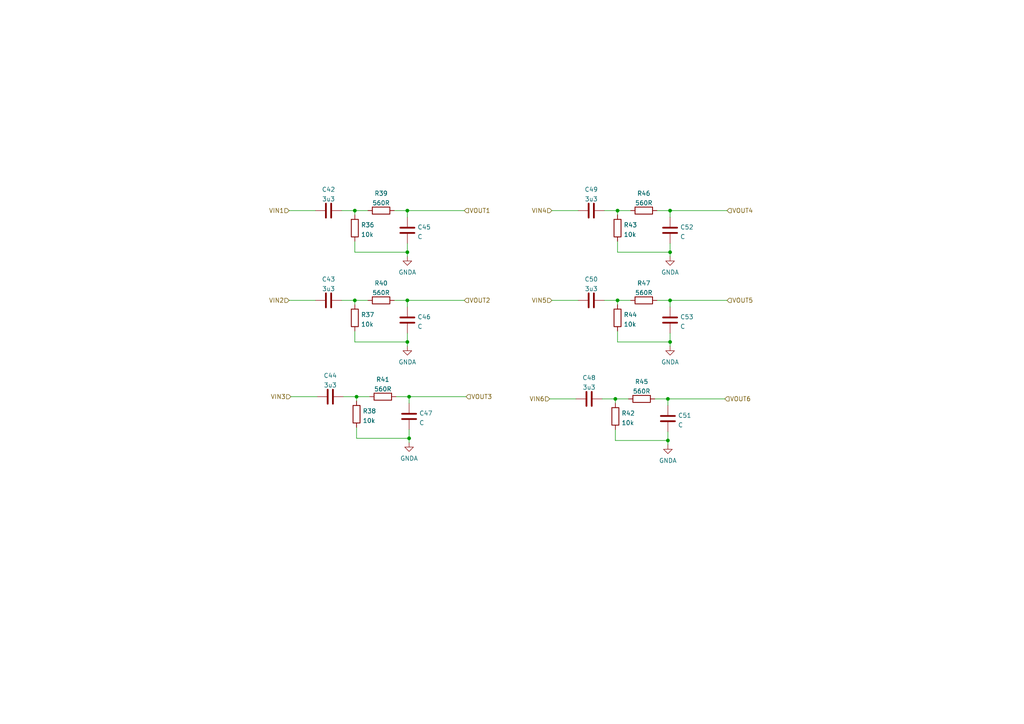
<source format=kicad_sch>
(kicad_sch (version 20211123) (generator eeschema)
  (paper "A4")
  (title_block (comment 1 "From 7.2 of CS42448 datasheet"))
  (lib_symbols
    (symbol "Device:C" (pin_numbers hide) (pin_names (offset 0.254))
      (property "Reference" "C" (at 0.635 2.54 0))
      (property "Value" "C" (at 0.635 -2.54 0))
      (symbol "C_0_1"
        (polyline (pts (xy -2.032 -0.762) (xy 2.032 -0.762)) (stroke (width 0.508)))
        (polyline (pts (xy -2.032 0.762) (xy 2.032 0.762)) (stroke (width 0.508)))
      )
      (symbol "C_1_1"
        (pin passive line (at 0 3.81 270) (length 2.794) (name "~") (number "1"))
        (pin passive line (at 0 -3.81 90) (length 2.794) (name "~") (number "2"))
      )
    )
    (symbol "Device:R" (pin_numbers hide) (pin_names (offset 0))
      (property "Reference" "R" (at 2.032 0 90))
      (property "Value" "R" (at 0 0 90))
      (symbol "R_0_1"
        (rectangle (start -1.016 -2.54) (end 1.016 2.54) (stroke (width 0.254)))
      )
      (symbol "R_1_1"
        (pin passive line (at 0 3.81 270) (length 1.27) (name "~") (number "1"))
        (pin passive line (at 0 -3.81 90) (length 1.27) (name "~") (number "2"))
      )
    )
    (symbol "power:GNDA" (power) (pin_names (offset 0))
      (property "Value" "GNDA" (at 0 -3.81 0))
      (symbol "GNDA_0_1"
        (polyline (pts (xy 0 0) (xy 0 -1.27) (xy 1.27 -1.27) (xy 0 -2.54) (xy -1.27 -1.27) (xy 0 -1.27)))
      )
      (symbol "GNDA_1_1"
        (pin power_in line (at 0 0 270) (length 0) hide (name "GNDA") (number "1"))
      )
    )
  )
  (junction (at 194.3518 99.1856))
  (junction (at 118.1518 61.0856))
  (junction (at 102.9118 61.0856))
  (junction (at 118.1518 87.1206))
  (junction (at 193.7168 115.6956))
  (junction (at 193.7168 127.7606))
  (junction (at 194.3518 61.0856))
  (junction (at 103.4172 115.0606))
  (junction (at 178.4768 115.6956))
  (junction (at 179.1118 61.0856))
  (junction (at 194.3518 87.1206))
  (junction (at 194.3518 73.1506))
  (junction (at 102.9118 87.1206))
  (junction (at 118.1518 73.1506))
  (junction (at 179.1118 87.1206))
  (junction (at 118.1518 99.1856))
  (junction (at 118.6572 115.0606))
  (junction (at 118.6572 127.1256))
  (wire (pts (xy 179.1118 61.0856) (xy 182.9218 61.0856)))
  (wire (pts (xy 179.1118 96.0106) (xy 179.1118 99.1856)))
  (wire (pts (xy 193.7168 117.6006) (xy 193.7168 115.6956)))
  (wire (pts (xy 178.4768 115.6956) (xy 182.2868 115.6956)))
  (wire (pts (xy 84.3672 115.0606) (xy 91.9872 115.0606)))
  (wire (pts (xy 118.1518 62.9906) (xy 118.1518 61.0856)))
  (wire (pts (xy 83.8618 87.1206) (xy 91.4818 87.1206)))
  (wire (pts (xy 103.4172 115.0606) (xy 107.2272 115.0606)))
  (wire (pts (xy 118.6572 124.5856) (xy 118.6572 127.1256)))
  (wire (pts (xy 178.4768 127.7606) (xy 193.7168 127.7606)))
  (wire (pts (xy 118.1518 96.6456) (xy 118.1518 99.1856)))
  (wire (pts (xy 99.1018 61.0856) (xy 102.9118 61.0856)))
  (wire (pts (xy 102.9118 99.1856) (xy 118.1518 99.1856)))
  (wire (pts (xy 178.4768 116.9656) (xy 178.4768 115.6956)))
  (wire (pts (xy 118.1518 73.1506) (xy 118.1518 74.4206)))
  (wire (pts (xy 174.6668 115.6956) (xy 178.4768 115.6956)))
  (wire (pts (xy 118.1518 87.1206) (xy 134.6618 87.1206)))
  (wire (pts (xy 179.1118 87.1206) (xy 182.9218 87.1206)))
  (wire (pts (xy 179.1118 69.9756) (xy 179.1118 73.1506)))
  (wire (pts (xy 160.0618 61.0856) (xy 167.6818 61.0856)))
  (wire (pts (xy 83.8618 61.0856) (xy 91.4818 61.0856)))
  (wire (pts (xy 102.9118 87.1206) (xy 106.7218 87.1206)))
  (wire (pts (xy 118.6572 127.1256) (xy 118.6572 128.3956)))
  (wire (pts (xy 193.7168 115.6956) (xy 189.9068 115.6956)))
  (wire (pts (xy 103.4172 123.9506) (xy 103.4172 127.1256)))
  (wire (pts (xy 194.3518 70.6106) (xy 194.3518 73.1506)))
  (wire (pts (xy 118.1518 87.1206) (xy 114.3418 87.1206)))
  (wire (pts (xy 118.6572 115.0606) (xy 135.1672 115.0606)))
  (wire (pts (xy 118.1518 70.6106) (xy 118.1518 73.1506)))
  (wire (pts (xy 194.3518 87.1206) (xy 210.8618 87.1206)))
  (wire (pts (xy 118.1518 99.1856) (xy 118.1518 100.4556)))
  (wire (pts (xy 102.9118 62.3556) (xy 102.9118 61.0856)))
  (wire (pts (xy 179.1118 73.1506) (xy 194.3518 73.1506)))
  (wire (pts (xy 193.7168 127.7606) (xy 193.7168 129.0306)))
  (wire (pts (xy 102.9118 88.3906) (xy 102.9118 87.1206)))
  (wire (pts (xy 179.1118 88.3906) (xy 179.1118 87.1206)))
  (wire (pts (xy 99.1018 87.1206) (xy 102.9118 87.1206)))
  (wire (pts (xy 194.3518 89.0256) (xy 194.3518 87.1206)))
  (wire (pts (xy 194.3518 99.1856) (xy 194.3518 100.4556)))
  (wire (pts (xy 99.6072 115.0606) (xy 103.4172 115.0606)))
  (wire (pts (xy 179.1118 62.3556) (xy 179.1118 61.0856)))
  (wire (pts (xy 193.7168 125.2206) (xy 193.7168 127.7606)))
  (wire (pts (xy 102.9118 61.0856) (xy 106.7218 61.0856)))
  (wire (pts (xy 194.3518 87.1206) (xy 190.5418 87.1206)))
  (wire (pts (xy 102.9118 73.1506) (xy 118.1518 73.1506)))
  (wire (pts (xy 160.0618 87.1206) (xy 167.6818 87.1206)))
  (wire (pts (xy 102.9118 69.9756) (xy 102.9118 73.1506)))
  (wire (pts (xy 159.4268 115.6956) (xy 167.0468 115.6956)))
  (wire (pts (xy 103.4172 127.1256) (xy 118.6572 127.1256)))
  (wire (pts (xy 102.9118 96.0106) (xy 102.9118 99.1856)))
  (wire (pts (xy 118.1518 89.0256) (xy 118.1518 87.1206)))
  (wire (pts (xy 194.3518 96.6456) (xy 194.3518 99.1856)))
  (wire (pts (xy 178.4768 124.5856) (xy 178.4768 127.7606)))
  (wire (pts (xy 179.1118 99.1856) (xy 194.3518 99.1856)))
  (wire (pts (xy 194.3518 73.1506) (xy 194.3518 74.4206)))
  (wire (pts (xy 103.4172 116.3306) (xy 103.4172 115.0606)))
  (wire (pts (xy 118.1518 61.0856) (xy 134.6618 61.0856)))
  (wire (pts (xy 194.3518 61.0856) (xy 190.5418 61.0856)))
  (wire (pts (xy 118.1518 61.0856) (xy 114.3418 61.0856)))
  (wire (pts (xy 194.3518 62.9906) (xy 194.3518 61.0856)))
  (wire (pts (xy 175.3018 87.1206) (xy 179.1118 87.1206)))
  (wire (pts (xy 118.6572 115.0606) (xy 114.8472 115.0606)))
  (wire (pts (xy 193.7168 115.6956) (xy 210.2268 115.6956)))
  (wire (pts (xy 175.3018 61.0856) (xy 179.1118 61.0856)))
  (wire (pts (xy 118.6572 116.9656) (xy 118.6572 115.0606)))
  (wire (pts (xy 194.3518 61.0856) (xy 210.8618 61.0856)))
  (hierarchical_label "VOUT6" (shape input) (at 210.2268 115.6956 0))
  (hierarchical_label "VIN1" (shape input) (at 83.8618 61.0856 180))
  (hierarchical_label "VOUT1" (shape input) (at 134.6618 61.0856 0))
  (hierarchical_label "VOUT5" (shape input) (at 210.8618 87.1206 0))
  (hierarchical_label "VOUT4" (shape input) (at 210.8618 61.0856 0))
  (hierarchical_label "VIN4" (shape input) (at 160.0618 61.0856 180))
  (hierarchical_label "VIN5" (shape input) (at 160.0618 87.1206 180))
  (hierarchical_label "VIN2" (shape input) (at 83.8618 87.1206 180))
  (hierarchical_label "VOUT3" (shape input) (at 135.1672 115.0606 0))
  (hierarchical_label "VOUT2" (shape input) (at 134.6618 87.1206 0))
  (hierarchical_label "VIN3" (shape input) (at 84.3672 115.0606 180))
  (hierarchical_label "VIN6" (shape input) (at 159.4268 115.6956 180))
  (symbol (lib_id "Device:R") (at 111.0372 115.0606 90) (unit 1)
    (property "Reference" "R41" (at 111.0372 110.0781 90))
    (property "Value" "560R" (at 111.0372 112.8532 90))
    (property "Footprint" "Resistor_SMD:R_0603_1608Metric_Pad0.98x0.95mm_HandSolder" (effects hide))
  )
  (symbol (lib_id "Device:C") (at 118.1518 92.8356 180) (unit 1)
    (property "Reference" "C46" (at 121.0728 91.9271 0) (effects (justify right)))
    (property "Value" "C" (at 121.0728 94.7022 0) (effects (justify right)))
    (property "Footprint" "Capacitor_SMD:C_0603_1608Metric_Pad1.08x0.95mm_HandSolder" (effects hide))
  )
  (symbol (lib_id "power:GNDA") (at 118.1518 100.4556 0) (unit 1)
    (property "Reference" "#PWR069" (effects hide))
    (property "Value" "GNDA" (at 118.1518 105.0181 0))
  )
  (symbol (lib_id "power:GNDA") (at 118.6572 128.3956 0) (unit 1)
    (property "Reference" "#PWR070" (effects hide))
    (property "Value" "GNDA" (at 118.6572 132.9581 0))
  )
  (symbol (lib_id "Device:C") (at 194.3518 66.8006 180) (unit 1)
    (property "Reference" "C52" (at 197.2728 65.8921 0) (effects (justify right)))
    (property "Value" "C" (at 197.2728 68.6672 0) (effects (justify right)))
    (property "Footprint" "Capacitor_SMD:C_0603_1608Metric_Pad1.08x0.95mm_HandSolder" (effects hide))
  )
  (symbol (lib_id "Device:R") (at 178.4768 120.7756 180) (unit 1)
    (property "Reference" "R42" (at 180.2548 119.8671 0) (effects (justify right)))
    (property "Value" "10k" (at 180.2548 122.6422 0) (effects (justify right)))
    (property "Footprint" "Resistor_SMD:R_0603_1608Metric_Pad0.98x0.95mm_HandSolder" (effects hide))
  )
  (symbol (lib_id "power:GNDA") (at 118.1518 74.4206 0) (unit 1)
    (property "Reference" "#PWR068" (effects hide))
    (property "Value" "GNDA" (at 118.1518 78.9831 0))
  )
  (symbol (lib_id "Device:R") (at 179.1118 66.1656 180) (unit 1)
    (property "Reference" "R43" (at 180.8898 65.2571 0) (effects (justify right)))
    (property "Value" "10k" (at 180.8898 68.0322 0) (effects (justify right)))
    (property "Footprint" "Resistor_SMD:R_0603_1608Metric_Pad0.98x0.95mm_HandSolder" (effects hide))
  )
  (symbol (lib_id "power:GNDA") (at 194.3518 100.4556 0) (unit 1)
    (property "Reference" "#PWR073" (effects hide))
    (property "Value" "GNDA" (at 194.3518 105.0181 0))
  )
  (symbol (lib_id "power:GNDA") (at 193.7168 129.0306 0) (unit 1)
    (property "Reference" "#PWR071" (effects hide))
    (property "Value" "GNDA" (at 193.7168 133.5931 0))
  )
  (symbol (lib_id "Device:R") (at 110.5318 61.0856 90) (unit 1)
    (property "Reference" "R39" (at 110.5318 56.1031 90))
    (property "Value" "560R" (at 110.5318 58.8782 90))
    (property "Footprint" "Resistor_SMD:R_0603_1608Metric_Pad0.98x0.95mm_HandSolder" (effects hide))
  )
  (symbol (lib_id "power:GNDA") (at 194.3518 74.4206 0) (unit 1)
    (property "Reference" "#PWR072" (effects hide))
    (property "Value" "GNDA" (at 194.3518 78.9831 0))
  )
  (symbol (lib_id "Device:C") (at 118.6572 120.7756 180) (unit 1)
    (property "Reference" "C47" (at 121.5782 119.8671 0) (effects (justify right)))
    (property "Value" "C" (at 121.5782 122.6422 0) (effects (justify right)))
    (property "Footprint" "Capacitor_SMD:C_0603_1608Metric_Pad1.08x0.95mm_HandSolder" (effects hide))
  )
  (symbol (lib_id "Device:C") (at 95.2918 87.1206 90) (unit 1)
    (property "Reference" "C43" (at 95.2918 80.9951 90))
    (property "Value" "3u3" (at 95.2918 83.7702 90))
    (property "Footprint" "Capacitor_SMD:C_0603_1608Metric_Pad1.08x0.95mm_HandSolder" (effects hide))
  )
  (symbol (lib_id "Device:R") (at 103.4172 120.1406 180) (unit 1)
    (property "Reference" "R38" (at 105.1952 119.2321 0) (effects (justify right)))
    (property "Value" "10k" (at 105.1952 122.0072 0) (effects (justify right)))
    (property "Footprint" "Resistor_SMD:R_0603_1608Metric_Pad0.98x0.95mm_HandSolder" (effects hide))
  )
  (symbol (lib_id "Device:R") (at 179.1118 92.2006 180) (unit 1)
    (property "Reference" "R44" (at 180.8898 91.2921 0) (effects (justify right)))
    (property "Value" "10k" (at 180.8898 94.0672 0) (effects (justify right)))
    (property "Footprint" "Resistor_SMD:R_0603_1608Metric_Pad0.98x0.95mm_HandSolder" (effects hide))
  )
  (symbol (lib_id "Device:C") (at 194.3518 92.8356 180) (unit 1)
    (property "Reference" "C53" (at 197.2728 91.9271 0) (effects (justify right)))
    (property "Value" "C" (at 197.2728 94.7022 0) (effects (justify right)))
    (property "Footprint" "Capacitor_SMD:C_0603_1608Metric_Pad1.08x0.95mm_HandSolder" (effects hide))
  )
  (symbol (lib_id "Device:C") (at 193.7168 121.4106 180) (unit 1)
    (property "Reference" "C51" (at 196.6378 120.5021 0) (effects (justify right)))
    (property "Value" "C" (at 196.6378 123.2772 0) (effects (justify right)))
    (property "Footprint" "Capacitor_SMD:C_0603_1608Metric_Pad1.08x0.95mm_HandSolder" (effects hide))
  )
  (symbol (lib_id "Device:R") (at 186.7318 87.1206 90) (unit 1)
    (property "Reference" "R47" (at 186.7318 82.1381 90))
    (property "Value" "560R" (at 186.7318 84.9132 90))
    (property "Footprint" "Resistor_SMD:R_0603_1608Metric_Pad0.98x0.95mm_HandSolder" (effects hide))
  )
  (symbol (lib_id "Device:R") (at 186.7318 61.0856 90) (unit 1)
    (property "Reference" "R46" (at 186.7318 56.1031 90))
    (property "Value" "560R" (at 186.7318 58.8782 90))
    (property "Footprint" "Resistor_SMD:R_0603_1608Metric_Pad0.98x0.95mm_HandSolder" (effects hide))
  )
  (symbol (lib_id "Device:R") (at 102.9118 66.1656 180) (unit 1)
    (property "Reference" "R36" (at 104.6898 65.2571 0) (effects (justify right)))
    (property "Value" "10k" (at 104.6898 68.0322 0) (effects (justify right)))
    (property "Footprint" "Resistor_SMD:R_0603_1608Metric_Pad0.98x0.95mm_HandSolder" (effects hide))
  )
  (symbol (lib_id "Device:C") (at 118.1518 66.8006 180) (unit 1)
    (property "Reference" "C45" (at 121.0728 65.8921 0) (effects (justify right)))
    (property "Value" "C" (at 121.0728 68.6672 0) (effects (justify right)))
    (property "Footprint" "Capacitor_SMD:C_0603_1608Metric_Pad1.08x0.95mm_HandSolder" (effects hide))
  )
  (symbol (lib_id "Device:R") (at 110.5318 87.1206 90) (unit 1)
    (property "Reference" "R40" (at 110.5318 82.1381 90))
    (property "Value" "560R" (at 110.5318 84.9132 90))
    (property "Footprint" "Resistor_SMD:R_0603_1608Metric_Pad0.98x0.95mm_HandSolder" (effects hide))
  )
  (symbol (lib_id "Device:C") (at 170.8568 115.6956 90) (unit 1)
    (property "Reference" "C48" (at 170.8568 109.5701 90))
    (property "Value" "3u3" (at 170.8568 112.3452 90))
    (property "Footprint" "Capacitor_SMD:C_0603_1608Metric_Pad1.08x0.95mm_HandSolder" (effects hide))
  )
  (symbol (lib_id "Device:R") (at 186.0968 115.6956 90) (unit 1)
    (property "Reference" "R45" (at 186.0968 110.7131 90))
    (property "Value" "560R" (at 186.0968 113.4882 90))
    (property "Footprint" "Resistor_SMD:R_0603_1608Metric_Pad0.98x0.95mm_HandSolder" (effects hide))
  )
  (symbol (lib_id "Device:C") (at 171.4918 61.0856 90) (unit 1)
    (property "Reference" "C49" (at 171.4918 54.9601 90))
    (property "Value" "3u3" (at 171.4918 57.7352 90))
    (property "Footprint" "Capacitor_SMD:C_0603_1608Metric_Pad1.08x0.95mm_HandSolder" (effects hide))
  )
  (symbol (lib_id "Device:C") (at 95.2918 61.0856 90) (unit 1)
    (property "Reference" "C42" (at 95.2918 54.9601 90))
    (property "Value" "3u3" (at 95.2918 57.7352 90))
    (property "Footprint" "Capacitor_SMD:C_0603_1608Metric_Pad1.08x0.95mm_HandSolder" (effects hide))
  )
  (symbol (lib_id "Device:C") (at 95.7972 115.0606 90) (unit 1)
    (property "Reference" "C44" (at 95.7972 108.9351 90))
    (property "Value" "3u3" (at 95.7972 111.7102 90))
    (property "Footprint" "Capacitor_SMD:C_0603_1608Metric_Pad1.08x0.95mm_HandSolder" (effects hide))
  )
  (symbol (lib_id "Device:C") (at 171.4918 87.1206 90) (unit 1)
    (property "Reference" "C50" (at 171.4918 80.9951 90))
    (property "Value" "3u3" (at 171.4918 83.7702 90))
    (property "Footprint" "Capacitor_SMD:C_0603_1608Metric_Pad1.08x0.95mm_HandSolder" (effects hide))
  )
  (symbol (lib_id "Device:R") (at 102.9118 92.2006 180) (unit 1)
    (property "Reference" "R37" (at 104.6898 91.2921 0) (effects (justify right)))
    (property "Value" "10k" (at 104.6898 94.0672 0) (effects (justify right)))
    (property "Footprint" "Resistor_SMD:R_0603_1608Metric_Pad0.98x0.95mm_HandSolder" (effects hide))
  )
)
</source>
